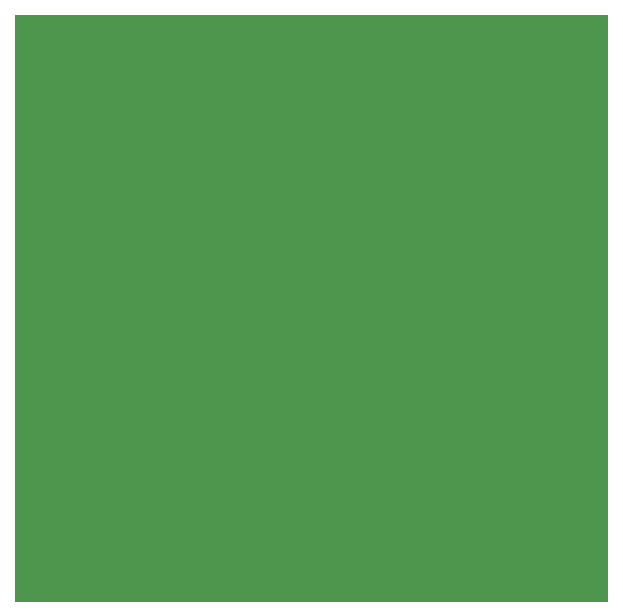
<source format=gbr>
%TF.GenerationSoftware,KiCad,Pcbnew,7.0.10*%
%TF.CreationDate,2024-02-07T22:14:31-05:00*%
%TF.ProjectId,Digital D20,44696769-7461-46c2-9044-32302e6b6963,rev?*%
%TF.SameCoordinates,Original*%
%TF.FileFunction,Soldermask,Bot*%
%TF.FilePolarity,Negative*%
%FSLAX46Y46*%
G04 Gerber Fmt 4.6, Leading zero omitted, Abs format (unit mm)*
G04 Created by KiCad (PCBNEW 7.0.10) date 2024-02-07 22:14:31*
%MOMM*%
%LPD*%
G01*
G04 APERTURE LIST*
%ADD10C,0.100000*%
%ADD11R,1.700000X1.700000*%
%ADD12O,1.700000X1.700000*%
G04 APERTURE END LIST*
D10*
X129374900Y-100507800D02*
X179489100Y-100507800D01*
X179489100Y-150114000D01*
X129374900Y-150114000D01*
X129374900Y-100507800D01*
G36*
X129374900Y-100507800D02*
G01*
X179489100Y-100507800D01*
X179489100Y-150114000D01*
X129374900Y-150114000D01*
X129374900Y-100507800D01*
G37*
D11*
%TO.C,REF\u002A\u002A*%
X177292000Y-131328000D03*
D12*
X177292000Y-133868000D03*
X177292000Y-136408000D03*
X177292000Y-138948000D03*
%TD*%
D11*
%TO.C,REF\u002A\u002A*%
X168656000Y-131328000D03*
D12*
X168656000Y-133868000D03*
X168656000Y-136408000D03*
X168656000Y-138948000D03*
%TD*%
M02*

</source>
